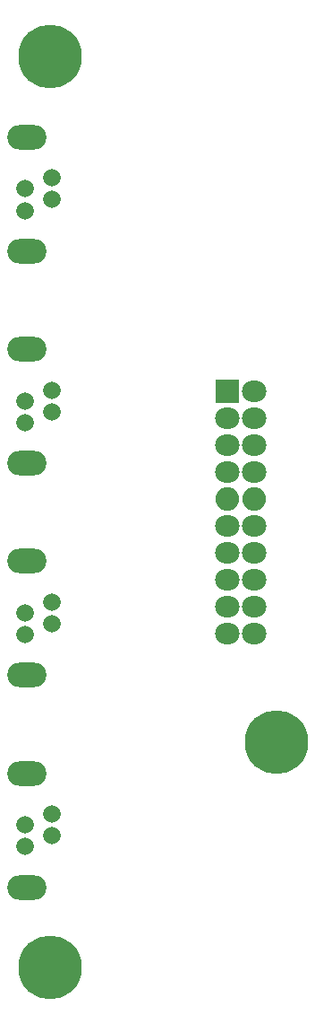
<source format=gbs>
G04 #@! TF.FileFunction,Soldermask,Bot*
%FSLAX46Y46*%
G04 Gerber Fmt 4.6, Leading zero omitted, Abs format (unit mm)*
G04 Created by KiCad (PCBNEW 4.0.4+e1-6308~48~ubuntu15.10.1-stable) date Tue Jun 20 15:04:26 2017*
%MOMM*%
%LPD*%
G01*
G04 APERTURE LIST*
%ADD10C,0.150000*%
%ADD11R,2.235200X2.235200*%
%ADD12O,2.308000X2.008000*%
%ADD13O,2.235200X2.235200*%
%ADD14C,6.008000*%
%ADD15C,1.668000*%
%ADD16O,3.708000X2.308000*%
G04 APERTURE END LIST*
D10*
D11*
X86671200Y-84290000D03*
D12*
X89211200Y-84290000D03*
X86671200Y-86830000D03*
X89211200Y-86830000D03*
X86671200Y-89370000D03*
X89211200Y-89370000D03*
X86671200Y-91910000D03*
X89211200Y-91910000D03*
D13*
X86671200Y-94450000D03*
X89211200Y-94450000D03*
D12*
X86671200Y-96990000D03*
X89211200Y-96990000D03*
X86671200Y-99530000D03*
X89211200Y-99530000D03*
X86671200Y-102070000D03*
X89211200Y-102070000D03*
X86671200Y-104610000D03*
X89211200Y-104610000D03*
X86671200Y-107150000D03*
X89211200Y-107150000D03*
D14*
X91287600Y-117449600D03*
X69941200Y-138694400D03*
D15*
X70081200Y-126230000D03*
X70081200Y-124190000D03*
X67531200Y-125210000D03*
X67531200Y-127250000D03*
D16*
X67731200Y-131100000D03*
X67731200Y-120340000D03*
D15*
X70081200Y-106230000D03*
X70081200Y-104190000D03*
X67531200Y-105210000D03*
X67531200Y-107250000D03*
D16*
X67731200Y-111100000D03*
X67731200Y-100340000D03*
D15*
X70081200Y-86230000D03*
X70081200Y-84190000D03*
X67531200Y-85210000D03*
X67531200Y-87250000D03*
D16*
X67731200Y-91100000D03*
X67731200Y-80340000D03*
D15*
X70081200Y-66230000D03*
X70081200Y-64190000D03*
X67531200Y-65210000D03*
X67531200Y-67250000D03*
D16*
X67731200Y-71100000D03*
X67731200Y-60340000D03*
D14*
X69941200Y-52720000D03*
M02*

</source>
